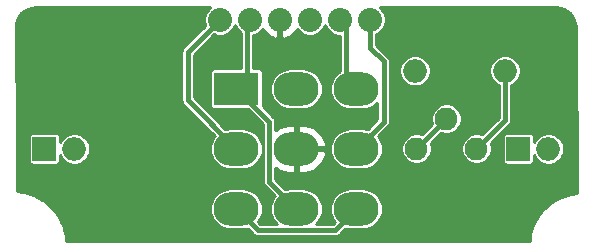
<source format=gbr>
G04 #@! TF.GenerationSoftware,KiCad,Pcbnew,(5.1.9-0-10_14)*
G04 #@! TF.CreationDate,2021-07-10T16:18:32+02:00*
G04 #@! TF.ProjectId,3pdt-switch,33706474-2d73-4776-9974-63682e6b6963,rev?*
G04 #@! TF.SameCoordinates,Original*
G04 #@! TF.FileFunction,Copper,L1,Top*
G04 #@! TF.FilePolarity,Positive*
%FSLAX46Y46*%
G04 Gerber Fmt 4.6, Leading zero omitted, Abs format (unit mm)*
G04 Created by KiCad (PCBNEW (5.1.9-0-10_14)) date 2021-07-10 16:18:32*
%MOMM*%
%LPD*%
G01*
G04 APERTURE LIST*
G04 #@! TA.AperFunction,ComponentPad*
%ADD10R,3.816000X2.816000*%
G04 #@! TD*
G04 #@! TA.AperFunction,ComponentPad*
%ADD11O,3.816000X2.816000*%
G04 #@! TD*
G04 #@! TA.AperFunction,ComponentPad*
%ADD12O,1.930400X1.930400*%
G04 #@! TD*
G04 #@! TA.AperFunction,ComponentPad*
%ADD13O,2.000000X2.000000*%
G04 #@! TD*
G04 #@! TA.AperFunction,ComponentPad*
%ADD14O,2.032000X2.032000*%
G04 #@! TD*
G04 #@! TA.AperFunction,ComponentPad*
%ADD15R,2.000000X2.000000*%
G04 #@! TD*
G04 #@! TA.AperFunction,Conductor*
%ADD16C,0.400000*%
G04 #@! TD*
G04 #@! TA.AperFunction,Conductor*
%ADD17C,0.254000*%
G04 #@! TD*
G04 #@! TA.AperFunction,Conductor*
%ADD18C,0.100000*%
G04 #@! TD*
G04 APERTURE END LIST*
D10*
X109220000Y-91325700D03*
D11*
X109220000Y-96405700D03*
X109220000Y-101485700D03*
X114300000Y-91325700D03*
X114300000Y-96405700D03*
X114300000Y-101485700D03*
X119380000Y-91325700D03*
X119380000Y-96405700D03*
X119380000Y-101485700D03*
D12*
X129540000Y-96393000D03*
X127000000Y-93853000D03*
X124460000Y-96393000D03*
D13*
X131953000Y-89789000D03*
X124333000Y-89789000D03*
D14*
X120523000Y-85471000D03*
X117983000Y-85471000D03*
X112903000Y-85471000D03*
X115443000Y-85471000D03*
X107823000Y-85471000D03*
X110363000Y-85471000D03*
D13*
X95504000Y-96405700D03*
D15*
X92964000Y-96405700D03*
D13*
X135636000Y-96405700D03*
D15*
X133096000Y-96405700D03*
D16*
X127000000Y-93853000D02*
X124460000Y-96393000D01*
X110109000Y-90436700D02*
X109220000Y-91325700D01*
X110109000Y-84836000D02*
X110109000Y-90436700D01*
X111991990Y-99177690D02*
X114300000Y-101485700D01*
X111991990Y-94097690D02*
X111991990Y-99177690D01*
X109220000Y-91325700D02*
X111991990Y-94097690D01*
X105086150Y-88207850D02*
X105086150Y-92271850D01*
X105086150Y-92271850D02*
X109220000Y-96405700D01*
X107823000Y-85471000D02*
X105086150Y-88207850D01*
X118491000Y-90436700D02*
X119380000Y-91325700D01*
X118491000Y-84836000D02*
X118491000Y-90436700D01*
X121688010Y-94097690D02*
X119380000Y-96405700D01*
X121688010Y-89004990D02*
X121688010Y-94097690D01*
X120523000Y-87839980D02*
X121688010Y-89004990D01*
X120523000Y-85471000D02*
X120523000Y-87839980D01*
X131953000Y-93980000D02*
X129540000Y-96393000D01*
X131953000Y-89789000D02*
X131953000Y-93980000D01*
X117571990Y-103293710D02*
X119380000Y-101485700D01*
X111028010Y-103293710D02*
X117571990Y-103293710D01*
X109220000Y-101485700D02*
X111028010Y-103293710D01*
D17*
X106966888Y-84427824D02*
X106779824Y-84614888D01*
X106632849Y-84834851D01*
X106531611Y-85079261D01*
X106480000Y-85338726D01*
X106480000Y-85603274D01*
X106531611Y-85862739D01*
X106576822Y-85971888D01*
X104731816Y-87816895D01*
X104711702Y-87833402D01*
X104645846Y-87913648D01*
X104596912Y-88005200D01*
X104596911Y-88005201D01*
X104566776Y-88104541D01*
X104556601Y-88207850D01*
X104559150Y-88233731D01*
X104559151Y-92245959D01*
X104556601Y-92271850D01*
X104566776Y-92375159D01*
X104596911Y-92474499D01*
X104645846Y-92566051D01*
X104645847Y-92566052D01*
X104711703Y-92646298D01*
X104731812Y-92662801D01*
X107376668Y-95307659D01*
X107270421Y-95437122D01*
X107109314Y-95738532D01*
X107010105Y-96065581D01*
X106976606Y-96405700D01*
X107010105Y-96745819D01*
X107109314Y-97072868D01*
X107270421Y-97374278D01*
X107487234Y-97638466D01*
X107751422Y-97855279D01*
X108052832Y-98016386D01*
X108379881Y-98115595D01*
X108634775Y-98140700D01*
X109805225Y-98140700D01*
X110060119Y-98115595D01*
X110387168Y-98016386D01*
X110688578Y-97855279D01*
X110952766Y-97638466D01*
X111169579Y-97374278D01*
X111330686Y-97072868D01*
X111429895Y-96745819D01*
X111463394Y-96405700D01*
X111429895Y-96065581D01*
X111330686Y-95738532D01*
X111169579Y-95437122D01*
X110952766Y-95172934D01*
X110688578Y-94956121D01*
X110387168Y-94795014D01*
X110060119Y-94695805D01*
X109805225Y-94670700D01*
X108634775Y-94670700D01*
X108379881Y-94695805D01*
X108284369Y-94724778D01*
X105613150Y-92053561D01*
X105613150Y-88426139D01*
X107322112Y-86717178D01*
X107431261Y-86762389D01*
X107690726Y-86814000D01*
X107955274Y-86814000D01*
X108214739Y-86762389D01*
X108459149Y-86661151D01*
X108679112Y-86514176D01*
X108866176Y-86327112D01*
X109013151Y-86107149D01*
X109093000Y-85914377D01*
X109172849Y-86107149D01*
X109319824Y-86327112D01*
X109506888Y-86514176D01*
X109582000Y-86564365D01*
X109582001Y-89589118D01*
X107312000Y-89589118D01*
X107247897Y-89595432D01*
X107186257Y-89614130D01*
X107129450Y-89644494D01*
X107079657Y-89685357D01*
X107038794Y-89735150D01*
X107008430Y-89791957D01*
X106989732Y-89853597D01*
X106983418Y-89917700D01*
X106983418Y-92733700D01*
X106989732Y-92797803D01*
X107008430Y-92859443D01*
X107038794Y-92916250D01*
X107079657Y-92966043D01*
X107129450Y-93006906D01*
X107186257Y-93037270D01*
X107247897Y-93055968D01*
X107312000Y-93062282D01*
X110211292Y-93062282D01*
X111464990Y-94315981D01*
X111464991Y-99151799D01*
X111462441Y-99177690D01*
X111472616Y-99280999D01*
X111502751Y-99380339D01*
X111502752Y-99380340D01*
X111551687Y-99471892D01*
X111617543Y-99552138D01*
X111637652Y-99568641D01*
X112456669Y-100387658D01*
X112350421Y-100517122D01*
X112189314Y-100818532D01*
X112090105Y-101145581D01*
X112056606Y-101485700D01*
X112090105Y-101825819D01*
X112189314Y-102152868D01*
X112350421Y-102454278D01*
X112567234Y-102718466D01*
X112626020Y-102766710D01*
X111246300Y-102766710D01*
X111063331Y-102583741D01*
X111169579Y-102454278D01*
X111330686Y-102152868D01*
X111429895Y-101825819D01*
X111463394Y-101485700D01*
X111429895Y-101145581D01*
X111330686Y-100818532D01*
X111169579Y-100517122D01*
X110952766Y-100252934D01*
X110688578Y-100036121D01*
X110387168Y-99875014D01*
X110060119Y-99775805D01*
X109805225Y-99750700D01*
X108634775Y-99750700D01*
X108379881Y-99775805D01*
X108052832Y-99875014D01*
X107751422Y-100036121D01*
X107487234Y-100252934D01*
X107270421Y-100517122D01*
X107109314Y-100818532D01*
X107010105Y-101145581D01*
X106976606Y-101485700D01*
X107010105Y-101825819D01*
X107109314Y-102152868D01*
X107270421Y-102454278D01*
X107487234Y-102718466D01*
X107751422Y-102935279D01*
X108052832Y-103096386D01*
X108379881Y-103195595D01*
X108634775Y-103220700D01*
X109805225Y-103220700D01*
X110060119Y-103195595D01*
X110155632Y-103166622D01*
X110637059Y-103648049D01*
X110653562Y-103668158D01*
X110733808Y-103734014D01*
X110825360Y-103782949D01*
X110924700Y-103813084D01*
X111002129Y-103820710D01*
X111002131Y-103820710D01*
X111028009Y-103823259D01*
X111053887Y-103820710D01*
X117546109Y-103820710D01*
X117571990Y-103823259D01*
X117597871Y-103820710D01*
X117675300Y-103813084D01*
X117774640Y-103782949D01*
X117866192Y-103734014D01*
X117946438Y-103668158D01*
X117962945Y-103648044D01*
X118444368Y-103166621D01*
X118539881Y-103195595D01*
X118794775Y-103220700D01*
X119965225Y-103220700D01*
X120220119Y-103195595D01*
X120547168Y-103096386D01*
X120848578Y-102935279D01*
X121112766Y-102718466D01*
X121329579Y-102454278D01*
X121490686Y-102152868D01*
X121589895Y-101825819D01*
X121623394Y-101485700D01*
X121589895Y-101145581D01*
X121490686Y-100818532D01*
X121329579Y-100517122D01*
X121112766Y-100252934D01*
X120848578Y-100036121D01*
X120547168Y-99875014D01*
X120220119Y-99775805D01*
X119965225Y-99750700D01*
X118794775Y-99750700D01*
X118539881Y-99775805D01*
X118212832Y-99875014D01*
X117911422Y-100036121D01*
X117647234Y-100252934D01*
X117430421Y-100517122D01*
X117269314Y-100818532D01*
X117170105Y-101145581D01*
X117136606Y-101485700D01*
X117170105Y-101825819D01*
X117269314Y-102152868D01*
X117430421Y-102454278D01*
X117536669Y-102583742D01*
X117353701Y-102766710D01*
X115973980Y-102766710D01*
X116032766Y-102718466D01*
X116249579Y-102454278D01*
X116410686Y-102152868D01*
X116509895Y-101825819D01*
X116543394Y-101485700D01*
X116509895Y-101145581D01*
X116410686Y-100818532D01*
X116249579Y-100517122D01*
X116032766Y-100252934D01*
X115768578Y-100036121D01*
X115467168Y-99875014D01*
X115140119Y-99775805D01*
X114885225Y-99750700D01*
X113714775Y-99750700D01*
X113459881Y-99775805D01*
X113364368Y-99804779D01*
X112518990Y-98959401D01*
X112518990Y-97996267D01*
X112559373Y-98033835D01*
X112900845Y-98244585D01*
X113276871Y-98384668D01*
X113673000Y-98448700D01*
X114173000Y-98448700D01*
X114173000Y-96532700D01*
X114427000Y-96532700D01*
X114427000Y-98448700D01*
X114927000Y-98448700D01*
X115323129Y-98384668D01*
X115699155Y-98244585D01*
X116040627Y-98033835D01*
X116334422Y-97760517D01*
X116569250Y-97435134D01*
X116736087Y-97070190D01*
X116794078Y-96850114D01*
X116679965Y-96532700D01*
X114427000Y-96532700D01*
X114173000Y-96532700D01*
X114153000Y-96532700D01*
X114153000Y-96278700D01*
X114173000Y-96278700D01*
X114173000Y-94362700D01*
X114427000Y-94362700D01*
X114427000Y-96278700D01*
X116679965Y-96278700D01*
X116794078Y-95961286D01*
X116736087Y-95741210D01*
X116569250Y-95376266D01*
X116334422Y-95050883D01*
X116040627Y-94777565D01*
X115699155Y-94566815D01*
X115323129Y-94426732D01*
X114927000Y-94362700D01*
X114427000Y-94362700D01*
X114173000Y-94362700D01*
X113673000Y-94362700D01*
X113276871Y-94426732D01*
X112900845Y-94566815D01*
X112559373Y-94777565D01*
X112518990Y-94815133D01*
X112518990Y-94123571D01*
X112521539Y-94097690D01*
X112511364Y-93994380D01*
X112499816Y-93956311D01*
X112481229Y-93895040D01*
X112432294Y-93803488D01*
X112366438Y-93723242D01*
X112346335Y-93706744D01*
X111447272Y-92807681D01*
X111450268Y-92797803D01*
X111456582Y-92733700D01*
X111456582Y-91325700D01*
X112056606Y-91325700D01*
X112090105Y-91665819D01*
X112189314Y-91992868D01*
X112350421Y-92294278D01*
X112567234Y-92558466D01*
X112831422Y-92775279D01*
X113132832Y-92936386D01*
X113459881Y-93035595D01*
X113714775Y-93060700D01*
X114885225Y-93060700D01*
X115140119Y-93035595D01*
X115467168Y-92936386D01*
X115768578Y-92775279D01*
X116032766Y-92558466D01*
X116249579Y-92294278D01*
X116410686Y-91992868D01*
X116509895Y-91665819D01*
X116543394Y-91325700D01*
X116509895Y-90985581D01*
X116410686Y-90658532D01*
X116249579Y-90357122D01*
X116032766Y-90092934D01*
X115768578Y-89876121D01*
X115467168Y-89715014D01*
X115140119Y-89615805D01*
X114885225Y-89590700D01*
X113714775Y-89590700D01*
X113459881Y-89615805D01*
X113132832Y-89715014D01*
X112831422Y-89876121D01*
X112567234Y-90092934D01*
X112350421Y-90357122D01*
X112189314Y-90658532D01*
X112090105Y-90985581D01*
X112056606Y-91325700D01*
X111456582Y-91325700D01*
X111456582Y-89917700D01*
X111450268Y-89853597D01*
X111431570Y-89791957D01*
X111401206Y-89735150D01*
X111360343Y-89685357D01*
X111310550Y-89644494D01*
X111253743Y-89614130D01*
X111192103Y-89595432D01*
X111128000Y-89589118D01*
X110636000Y-89589118D01*
X110636000Y-86786008D01*
X110754739Y-86762389D01*
X110999149Y-86661151D01*
X111219112Y-86514176D01*
X111406176Y-86327112D01*
X111456041Y-86252484D01*
X111496618Y-86335815D01*
X111692358Y-86593569D01*
X111934623Y-86808184D01*
X112214102Y-86971411D01*
X112520055Y-87076978D01*
X112776000Y-86958362D01*
X112776000Y-85598000D01*
X112756000Y-85598000D01*
X112756000Y-85344000D01*
X112776000Y-85344000D01*
X112776000Y-85324000D01*
X113030000Y-85324000D01*
X113030000Y-85344000D01*
X113050000Y-85344000D01*
X113050000Y-85598000D01*
X113030000Y-85598000D01*
X113030000Y-86958362D01*
X113285945Y-87076978D01*
X113591898Y-86971411D01*
X113871377Y-86808184D01*
X114113642Y-86593569D01*
X114309382Y-86335815D01*
X114349959Y-86252484D01*
X114399824Y-86327112D01*
X114586888Y-86514176D01*
X114806851Y-86661151D01*
X115051261Y-86762389D01*
X115310726Y-86814000D01*
X115575274Y-86814000D01*
X115834739Y-86762389D01*
X116079149Y-86661151D01*
X116299112Y-86514176D01*
X116486176Y-86327112D01*
X116633151Y-86107149D01*
X116713000Y-85914377D01*
X116792849Y-86107149D01*
X116939824Y-86327112D01*
X117126888Y-86514176D01*
X117346851Y-86661151D01*
X117591261Y-86762389D01*
X117850726Y-86814000D01*
X117964000Y-86814000D01*
X117964001Y-89848017D01*
X117911422Y-89876121D01*
X117647234Y-90092934D01*
X117430421Y-90357122D01*
X117269314Y-90658532D01*
X117170105Y-90985581D01*
X117136606Y-91325700D01*
X117170105Y-91665819D01*
X117269314Y-91992868D01*
X117430421Y-92294278D01*
X117647234Y-92558466D01*
X117911422Y-92775279D01*
X118212832Y-92936386D01*
X118539881Y-93035595D01*
X118794775Y-93060700D01*
X119965225Y-93060700D01*
X120220119Y-93035595D01*
X120547168Y-92936386D01*
X120848578Y-92775279D01*
X121112766Y-92558466D01*
X121161011Y-92499680D01*
X121161011Y-93879399D01*
X120315632Y-94724778D01*
X120220119Y-94695805D01*
X119965225Y-94670700D01*
X118794775Y-94670700D01*
X118539881Y-94695805D01*
X118212832Y-94795014D01*
X117911422Y-94956121D01*
X117647234Y-95172934D01*
X117430421Y-95437122D01*
X117269314Y-95738532D01*
X117170105Y-96065581D01*
X117136606Y-96405700D01*
X117170105Y-96745819D01*
X117269314Y-97072868D01*
X117430421Y-97374278D01*
X117647234Y-97638466D01*
X117911422Y-97855279D01*
X118212832Y-98016386D01*
X118539881Y-98115595D01*
X118794775Y-98140700D01*
X119965225Y-98140700D01*
X120220119Y-98115595D01*
X120547168Y-98016386D01*
X120848578Y-97855279D01*
X121112766Y-97638466D01*
X121329579Y-97374278D01*
X121490686Y-97072868D01*
X121589895Y-96745819D01*
X121623394Y-96405700D01*
X121609608Y-96265729D01*
X123167800Y-96265729D01*
X123167800Y-96520271D01*
X123217459Y-96769921D01*
X123314868Y-97005086D01*
X123456283Y-97216729D01*
X123636271Y-97396717D01*
X123847914Y-97538132D01*
X124083079Y-97635541D01*
X124332729Y-97685200D01*
X124587271Y-97685200D01*
X124836921Y-97635541D01*
X125072086Y-97538132D01*
X125283729Y-97396717D01*
X125463717Y-97216729D01*
X125605132Y-97005086D01*
X125702541Y-96769921D01*
X125752200Y-96520271D01*
X125752200Y-96265729D01*
X128247800Y-96265729D01*
X128247800Y-96520271D01*
X128297459Y-96769921D01*
X128394868Y-97005086D01*
X128536283Y-97216729D01*
X128716271Y-97396717D01*
X128927914Y-97538132D01*
X129163079Y-97635541D01*
X129412729Y-97685200D01*
X129667271Y-97685200D01*
X129916921Y-97635541D01*
X130152086Y-97538132D01*
X130363729Y-97396717D01*
X130543717Y-97216729D01*
X130685132Y-97005086D01*
X130782541Y-96769921D01*
X130832200Y-96520271D01*
X130832200Y-96265729D01*
X130782541Y-96016079D01*
X130747297Y-95930992D01*
X131272589Y-95405700D01*
X131767418Y-95405700D01*
X131767418Y-97405700D01*
X131773732Y-97469803D01*
X131792430Y-97531443D01*
X131822794Y-97588250D01*
X131863657Y-97638043D01*
X131913450Y-97678906D01*
X131970257Y-97709270D01*
X132031897Y-97727968D01*
X132096000Y-97734282D01*
X134096000Y-97734282D01*
X134160103Y-97727968D01*
X134221743Y-97709270D01*
X134278550Y-97678906D01*
X134328343Y-97638043D01*
X134369206Y-97588250D01*
X134399570Y-97531443D01*
X134418268Y-97469803D01*
X134424582Y-97405700D01*
X134424582Y-96948696D01*
X134460028Y-97034270D01*
X134605252Y-97251613D01*
X134790087Y-97436448D01*
X135007430Y-97581672D01*
X135248928Y-97681704D01*
X135505302Y-97732700D01*
X135766698Y-97732700D01*
X136023072Y-97681704D01*
X136264570Y-97581672D01*
X136481913Y-97436448D01*
X136666748Y-97251613D01*
X136811972Y-97034270D01*
X136912004Y-96792772D01*
X136963000Y-96536398D01*
X136963000Y-96275002D01*
X136912004Y-96018628D01*
X136811972Y-95777130D01*
X136666748Y-95559787D01*
X136481913Y-95374952D01*
X136264570Y-95229728D01*
X136023072Y-95129696D01*
X135766698Y-95078700D01*
X135505302Y-95078700D01*
X135248928Y-95129696D01*
X135007430Y-95229728D01*
X134790087Y-95374952D01*
X134605252Y-95559787D01*
X134460028Y-95777130D01*
X134424582Y-95862704D01*
X134424582Y-95405700D01*
X134418268Y-95341597D01*
X134399570Y-95279957D01*
X134369206Y-95223150D01*
X134328343Y-95173357D01*
X134278550Y-95132494D01*
X134221743Y-95102130D01*
X134160103Y-95083432D01*
X134096000Y-95077118D01*
X132096000Y-95077118D01*
X132031897Y-95083432D01*
X131970257Y-95102130D01*
X131913450Y-95132494D01*
X131863657Y-95173357D01*
X131822794Y-95223150D01*
X131792430Y-95279957D01*
X131773732Y-95341597D01*
X131767418Y-95405700D01*
X131272589Y-95405700D01*
X132307339Y-94370951D01*
X132327448Y-94354448D01*
X132393304Y-94274202D01*
X132442239Y-94182650D01*
X132472374Y-94083310D01*
X132480000Y-94005881D01*
X132480000Y-94005879D01*
X132482549Y-93980001D01*
X132480000Y-93954123D01*
X132480000Y-91007044D01*
X132581570Y-90964972D01*
X132798913Y-90819748D01*
X132983748Y-90634913D01*
X133128972Y-90417570D01*
X133229004Y-90176072D01*
X133280000Y-89919698D01*
X133280000Y-89658302D01*
X133229004Y-89401928D01*
X133128972Y-89160430D01*
X132983748Y-88943087D01*
X132798913Y-88758252D01*
X132581570Y-88613028D01*
X132340072Y-88512996D01*
X132083698Y-88462000D01*
X131822302Y-88462000D01*
X131565928Y-88512996D01*
X131324430Y-88613028D01*
X131107087Y-88758252D01*
X130922252Y-88943087D01*
X130777028Y-89160430D01*
X130676996Y-89401928D01*
X130626000Y-89658302D01*
X130626000Y-89919698D01*
X130676996Y-90176072D01*
X130777028Y-90417570D01*
X130922252Y-90634913D01*
X131107087Y-90819748D01*
X131324430Y-90964972D01*
X131426000Y-91007044D01*
X131426001Y-93761709D01*
X130002008Y-95185703D01*
X129916921Y-95150459D01*
X129667271Y-95100800D01*
X129412729Y-95100800D01*
X129163079Y-95150459D01*
X128927914Y-95247868D01*
X128716271Y-95389283D01*
X128536283Y-95569271D01*
X128394868Y-95780914D01*
X128297459Y-96016079D01*
X128247800Y-96265729D01*
X125752200Y-96265729D01*
X125702541Y-96016079D01*
X125667297Y-95930992D01*
X126537993Y-95060297D01*
X126623079Y-95095541D01*
X126872729Y-95145200D01*
X127127271Y-95145200D01*
X127376921Y-95095541D01*
X127612086Y-94998132D01*
X127823729Y-94856717D01*
X128003717Y-94676729D01*
X128145132Y-94465086D01*
X128242541Y-94229921D01*
X128292200Y-93980271D01*
X128292200Y-93725729D01*
X128242541Y-93476079D01*
X128145132Y-93240914D01*
X128003717Y-93029271D01*
X127823729Y-92849283D01*
X127612086Y-92707868D01*
X127376921Y-92610459D01*
X127127271Y-92560800D01*
X126872729Y-92560800D01*
X126623079Y-92610459D01*
X126387914Y-92707868D01*
X126176271Y-92849283D01*
X125996283Y-93029271D01*
X125854868Y-93240914D01*
X125757459Y-93476079D01*
X125707800Y-93725729D01*
X125707800Y-93980271D01*
X125757459Y-94229921D01*
X125792703Y-94315007D01*
X124922008Y-95185703D01*
X124836921Y-95150459D01*
X124587271Y-95100800D01*
X124332729Y-95100800D01*
X124083079Y-95150459D01*
X123847914Y-95247868D01*
X123636271Y-95389283D01*
X123456283Y-95569271D01*
X123314868Y-95780914D01*
X123217459Y-96016079D01*
X123167800Y-96265729D01*
X121609608Y-96265729D01*
X121589895Y-96065581D01*
X121490686Y-95738532D01*
X121329579Y-95437122D01*
X121223331Y-95307658D01*
X122042349Y-94488641D01*
X122062458Y-94472138D01*
X122128314Y-94391892D01*
X122177249Y-94300340D01*
X122207384Y-94201000D01*
X122215010Y-94123571D01*
X122217559Y-94097691D01*
X122215010Y-94071809D01*
X122215010Y-89658302D01*
X123006000Y-89658302D01*
X123006000Y-89919698D01*
X123056996Y-90176072D01*
X123157028Y-90417570D01*
X123302252Y-90634913D01*
X123487087Y-90819748D01*
X123704430Y-90964972D01*
X123945928Y-91065004D01*
X124202302Y-91116000D01*
X124463698Y-91116000D01*
X124720072Y-91065004D01*
X124961570Y-90964972D01*
X125178913Y-90819748D01*
X125363748Y-90634913D01*
X125508972Y-90417570D01*
X125609004Y-90176072D01*
X125660000Y-89919698D01*
X125660000Y-89658302D01*
X125609004Y-89401928D01*
X125508972Y-89160430D01*
X125363748Y-88943087D01*
X125178913Y-88758252D01*
X124961570Y-88613028D01*
X124720072Y-88512996D01*
X124463698Y-88462000D01*
X124202302Y-88462000D01*
X123945928Y-88512996D01*
X123704430Y-88613028D01*
X123487087Y-88758252D01*
X123302252Y-88943087D01*
X123157028Y-89160430D01*
X123056996Y-89401928D01*
X123006000Y-89658302D01*
X122215010Y-89658302D01*
X122215010Y-89030871D01*
X122217559Y-89004990D01*
X122207384Y-88901680D01*
X122177249Y-88802341D01*
X122177249Y-88802340D01*
X122128314Y-88710788D01*
X122062458Y-88630542D01*
X122042349Y-88614039D01*
X121050000Y-87621691D01*
X121050000Y-86706362D01*
X121159149Y-86661151D01*
X121379112Y-86514176D01*
X121566176Y-86327112D01*
X121713151Y-86107149D01*
X121814389Y-85862739D01*
X121866000Y-85603274D01*
X121866000Y-85338726D01*
X121814389Y-85079261D01*
X121713151Y-84834851D01*
X121566176Y-84614888D01*
X121379112Y-84427824D01*
X121376382Y-84426000D01*
X136253785Y-84426000D01*
X136596983Y-84459651D01*
X136910559Y-84554325D01*
X137199763Y-84708098D01*
X137453596Y-84915119D01*
X137662384Y-85167501D01*
X137818174Y-85455627D01*
X137915033Y-85768528D01*
X137951031Y-86111034D01*
X138075159Y-100137473D01*
X137576025Y-100189934D01*
X137544772Y-100196349D01*
X137513435Y-100202327D01*
X137508729Y-100203748D01*
X136751048Y-100438290D01*
X136721677Y-100450637D01*
X136692057Y-100462604D01*
X136687717Y-100464912D01*
X135990020Y-100842155D01*
X135963584Y-100859986D01*
X135936875Y-100877464D01*
X135933074Y-100880565D01*
X135933067Y-100880570D01*
X135933061Y-100880576D01*
X135321931Y-101386147D01*
X135299476Y-101408760D01*
X135276657Y-101431105D01*
X135273525Y-101434893D01*
X134772228Y-102049543D01*
X134754601Y-102076074D01*
X134736548Y-102102439D01*
X134734211Y-102106763D01*
X134361847Y-102807076D01*
X134349682Y-102836592D01*
X134337122Y-102865896D01*
X134335668Y-102870591D01*
X134106422Y-103629893D01*
X134100232Y-103661154D01*
X134093591Y-103692395D01*
X134093078Y-103697283D01*
X134046826Y-104169000D01*
X94807916Y-104169000D01*
X94752472Y-103641488D01*
X94746057Y-103610235D01*
X94740079Y-103578898D01*
X94738658Y-103574193D01*
X94496786Y-102792833D01*
X94484432Y-102763445D01*
X94472472Y-102733842D01*
X94470164Y-102729502D01*
X94081132Y-102010003D01*
X94063307Y-101983576D01*
X94045824Y-101956859D01*
X94042717Y-101953050D01*
X93521343Y-101322816D01*
X93498713Y-101300343D01*
X93476384Y-101277541D01*
X93472602Y-101274414D01*
X93472597Y-101274409D01*
X93472592Y-101274405D01*
X92838738Y-100757447D01*
X92812229Y-100739835D01*
X92785842Y-100721767D01*
X92781518Y-100719430D01*
X92059320Y-100335430D01*
X92029830Y-100323275D01*
X92000501Y-100310705D01*
X91995805Y-100309252D01*
X91212775Y-100072841D01*
X91181529Y-100066654D01*
X91150274Y-100060010D01*
X91145386Y-100059497D01*
X90646161Y-100010548D01*
X90605047Y-95405700D01*
X91635418Y-95405700D01*
X91635418Y-97405700D01*
X91641732Y-97469803D01*
X91660430Y-97531443D01*
X91690794Y-97588250D01*
X91731657Y-97638043D01*
X91781450Y-97678906D01*
X91838257Y-97709270D01*
X91899897Y-97727968D01*
X91964000Y-97734282D01*
X93964000Y-97734282D01*
X94028103Y-97727968D01*
X94089743Y-97709270D01*
X94146550Y-97678906D01*
X94196343Y-97638043D01*
X94237206Y-97588250D01*
X94267570Y-97531443D01*
X94286268Y-97469803D01*
X94292582Y-97405700D01*
X94292582Y-96948696D01*
X94328028Y-97034270D01*
X94473252Y-97251613D01*
X94658087Y-97436448D01*
X94875430Y-97581672D01*
X95116928Y-97681704D01*
X95373302Y-97732700D01*
X95634698Y-97732700D01*
X95891072Y-97681704D01*
X96132570Y-97581672D01*
X96349913Y-97436448D01*
X96534748Y-97251613D01*
X96679972Y-97034270D01*
X96780004Y-96792772D01*
X96831000Y-96536398D01*
X96831000Y-96275002D01*
X96780004Y-96018628D01*
X96679972Y-95777130D01*
X96534748Y-95559787D01*
X96349913Y-95374952D01*
X96132570Y-95229728D01*
X95891072Y-95129696D01*
X95634698Y-95078700D01*
X95373302Y-95078700D01*
X95116928Y-95129696D01*
X94875430Y-95229728D01*
X94658087Y-95374952D01*
X94473252Y-95559787D01*
X94328028Y-95777130D01*
X94292582Y-95862704D01*
X94292582Y-95405700D01*
X94286268Y-95341597D01*
X94267570Y-95279957D01*
X94237206Y-95223150D01*
X94196343Y-95173357D01*
X94146550Y-95132494D01*
X94089743Y-95102130D01*
X94028103Y-95083432D01*
X93964000Y-95077118D01*
X91964000Y-95077118D01*
X91899897Y-95083432D01*
X91838257Y-95102130D01*
X91781450Y-95132494D01*
X91731657Y-95173357D01*
X91690794Y-95223150D01*
X91660430Y-95279957D01*
X91641732Y-95341597D01*
X91635418Y-95405700D01*
X90605047Y-95405700D01*
X90522153Y-86121653D01*
X90555651Y-85780017D01*
X90650325Y-85466441D01*
X90804098Y-85177237D01*
X91011119Y-84923404D01*
X91263501Y-84714616D01*
X91551627Y-84558826D01*
X91864528Y-84461967D01*
X92206739Y-84426000D01*
X106969618Y-84426000D01*
X106966888Y-84427824D01*
G04 #@! TA.AperFunction,Conductor*
D18*
G36*
X106966888Y-84427824D02*
G01*
X106779824Y-84614888D01*
X106632849Y-84834851D01*
X106531611Y-85079261D01*
X106480000Y-85338726D01*
X106480000Y-85603274D01*
X106531611Y-85862739D01*
X106576822Y-85971888D01*
X104731816Y-87816895D01*
X104711702Y-87833402D01*
X104645846Y-87913648D01*
X104596912Y-88005200D01*
X104596911Y-88005201D01*
X104566776Y-88104541D01*
X104556601Y-88207850D01*
X104559150Y-88233731D01*
X104559151Y-92245959D01*
X104556601Y-92271850D01*
X104566776Y-92375159D01*
X104596911Y-92474499D01*
X104645846Y-92566051D01*
X104645847Y-92566052D01*
X104711703Y-92646298D01*
X104731812Y-92662801D01*
X107376668Y-95307659D01*
X107270421Y-95437122D01*
X107109314Y-95738532D01*
X107010105Y-96065581D01*
X106976606Y-96405700D01*
X107010105Y-96745819D01*
X107109314Y-97072868D01*
X107270421Y-97374278D01*
X107487234Y-97638466D01*
X107751422Y-97855279D01*
X108052832Y-98016386D01*
X108379881Y-98115595D01*
X108634775Y-98140700D01*
X109805225Y-98140700D01*
X110060119Y-98115595D01*
X110387168Y-98016386D01*
X110688578Y-97855279D01*
X110952766Y-97638466D01*
X111169579Y-97374278D01*
X111330686Y-97072868D01*
X111429895Y-96745819D01*
X111463394Y-96405700D01*
X111429895Y-96065581D01*
X111330686Y-95738532D01*
X111169579Y-95437122D01*
X110952766Y-95172934D01*
X110688578Y-94956121D01*
X110387168Y-94795014D01*
X110060119Y-94695805D01*
X109805225Y-94670700D01*
X108634775Y-94670700D01*
X108379881Y-94695805D01*
X108284369Y-94724778D01*
X105613150Y-92053561D01*
X105613150Y-88426139D01*
X107322112Y-86717178D01*
X107431261Y-86762389D01*
X107690726Y-86814000D01*
X107955274Y-86814000D01*
X108214739Y-86762389D01*
X108459149Y-86661151D01*
X108679112Y-86514176D01*
X108866176Y-86327112D01*
X109013151Y-86107149D01*
X109093000Y-85914377D01*
X109172849Y-86107149D01*
X109319824Y-86327112D01*
X109506888Y-86514176D01*
X109582000Y-86564365D01*
X109582001Y-89589118D01*
X107312000Y-89589118D01*
X107247897Y-89595432D01*
X107186257Y-89614130D01*
X107129450Y-89644494D01*
X107079657Y-89685357D01*
X107038794Y-89735150D01*
X107008430Y-89791957D01*
X106989732Y-89853597D01*
X106983418Y-89917700D01*
X106983418Y-92733700D01*
X106989732Y-92797803D01*
X107008430Y-92859443D01*
X107038794Y-92916250D01*
X107079657Y-92966043D01*
X107129450Y-93006906D01*
X107186257Y-93037270D01*
X107247897Y-93055968D01*
X107312000Y-93062282D01*
X110211292Y-93062282D01*
X111464990Y-94315981D01*
X111464991Y-99151799D01*
X111462441Y-99177690D01*
X111472616Y-99280999D01*
X111502751Y-99380339D01*
X111502752Y-99380340D01*
X111551687Y-99471892D01*
X111617543Y-99552138D01*
X111637652Y-99568641D01*
X112456669Y-100387658D01*
X112350421Y-100517122D01*
X112189314Y-100818532D01*
X112090105Y-101145581D01*
X112056606Y-101485700D01*
X112090105Y-101825819D01*
X112189314Y-102152868D01*
X112350421Y-102454278D01*
X112567234Y-102718466D01*
X112626020Y-102766710D01*
X111246300Y-102766710D01*
X111063331Y-102583741D01*
X111169579Y-102454278D01*
X111330686Y-102152868D01*
X111429895Y-101825819D01*
X111463394Y-101485700D01*
X111429895Y-101145581D01*
X111330686Y-100818532D01*
X111169579Y-100517122D01*
X110952766Y-100252934D01*
X110688578Y-100036121D01*
X110387168Y-99875014D01*
X110060119Y-99775805D01*
X109805225Y-99750700D01*
X108634775Y-99750700D01*
X108379881Y-99775805D01*
X108052832Y-99875014D01*
X107751422Y-100036121D01*
X107487234Y-100252934D01*
X107270421Y-100517122D01*
X107109314Y-100818532D01*
X107010105Y-101145581D01*
X106976606Y-101485700D01*
X107010105Y-101825819D01*
X107109314Y-102152868D01*
X107270421Y-102454278D01*
X107487234Y-102718466D01*
X107751422Y-102935279D01*
X108052832Y-103096386D01*
X108379881Y-103195595D01*
X108634775Y-103220700D01*
X109805225Y-103220700D01*
X110060119Y-103195595D01*
X110155632Y-103166622D01*
X110637059Y-103648049D01*
X110653562Y-103668158D01*
X110733808Y-103734014D01*
X110825360Y-103782949D01*
X110924700Y-103813084D01*
X111002129Y-103820710D01*
X111002131Y-103820710D01*
X111028009Y-103823259D01*
X111053887Y-103820710D01*
X117546109Y-103820710D01*
X117571990Y-103823259D01*
X117597871Y-103820710D01*
X117675300Y-103813084D01*
X117774640Y-103782949D01*
X117866192Y-103734014D01*
X117946438Y-103668158D01*
X117962945Y-103648044D01*
X118444368Y-103166621D01*
X118539881Y-103195595D01*
X118794775Y-103220700D01*
X119965225Y-103220700D01*
X120220119Y-103195595D01*
X120547168Y-103096386D01*
X120848578Y-102935279D01*
X121112766Y-102718466D01*
X121329579Y-102454278D01*
X121490686Y-102152868D01*
X121589895Y-101825819D01*
X121623394Y-101485700D01*
X121589895Y-101145581D01*
X121490686Y-100818532D01*
X121329579Y-100517122D01*
X121112766Y-100252934D01*
X120848578Y-100036121D01*
X120547168Y-99875014D01*
X120220119Y-99775805D01*
X119965225Y-99750700D01*
X118794775Y-99750700D01*
X118539881Y-99775805D01*
X118212832Y-99875014D01*
X117911422Y-100036121D01*
X117647234Y-100252934D01*
X117430421Y-100517122D01*
X117269314Y-100818532D01*
X117170105Y-101145581D01*
X117136606Y-101485700D01*
X117170105Y-101825819D01*
X117269314Y-102152868D01*
X117430421Y-102454278D01*
X117536669Y-102583742D01*
X117353701Y-102766710D01*
X115973980Y-102766710D01*
X116032766Y-102718466D01*
X116249579Y-102454278D01*
X116410686Y-102152868D01*
X116509895Y-101825819D01*
X116543394Y-101485700D01*
X116509895Y-101145581D01*
X116410686Y-100818532D01*
X116249579Y-100517122D01*
X116032766Y-100252934D01*
X115768578Y-100036121D01*
X115467168Y-99875014D01*
X115140119Y-99775805D01*
X114885225Y-99750700D01*
X113714775Y-99750700D01*
X113459881Y-99775805D01*
X113364368Y-99804779D01*
X112518990Y-98959401D01*
X112518990Y-97996267D01*
X112559373Y-98033835D01*
X112900845Y-98244585D01*
X113276871Y-98384668D01*
X113673000Y-98448700D01*
X114173000Y-98448700D01*
X114173000Y-96532700D01*
X114427000Y-96532700D01*
X114427000Y-98448700D01*
X114927000Y-98448700D01*
X115323129Y-98384668D01*
X115699155Y-98244585D01*
X116040627Y-98033835D01*
X116334422Y-97760517D01*
X116569250Y-97435134D01*
X116736087Y-97070190D01*
X116794078Y-96850114D01*
X116679965Y-96532700D01*
X114427000Y-96532700D01*
X114173000Y-96532700D01*
X114153000Y-96532700D01*
X114153000Y-96278700D01*
X114173000Y-96278700D01*
X114173000Y-94362700D01*
X114427000Y-94362700D01*
X114427000Y-96278700D01*
X116679965Y-96278700D01*
X116794078Y-95961286D01*
X116736087Y-95741210D01*
X116569250Y-95376266D01*
X116334422Y-95050883D01*
X116040627Y-94777565D01*
X115699155Y-94566815D01*
X115323129Y-94426732D01*
X114927000Y-94362700D01*
X114427000Y-94362700D01*
X114173000Y-94362700D01*
X113673000Y-94362700D01*
X113276871Y-94426732D01*
X112900845Y-94566815D01*
X112559373Y-94777565D01*
X112518990Y-94815133D01*
X112518990Y-94123571D01*
X112521539Y-94097690D01*
X112511364Y-93994380D01*
X112499816Y-93956311D01*
X112481229Y-93895040D01*
X112432294Y-93803488D01*
X112366438Y-93723242D01*
X112346335Y-93706744D01*
X111447272Y-92807681D01*
X111450268Y-92797803D01*
X111456582Y-92733700D01*
X111456582Y-91325700D01*
X112056606Y-91325700D01*
X112090105Y-91665819D01*
X112189314Y-91992868D01*
X112350421Y-92294278D01*
X112567234Y-92558466D01*
X112831422Y-92775279D01*
X113132832Y-92936386D01*
X113459881Y-93035595D01*
X113714775Y-93060700D01*
X114885225Y-93060700D01*
X115140119Y-93035595D01*
X115467168Y-92936386D01*
X115768578Y-92775279D01*
X116032766Y-92558466D01*
X116249579Y-92294278D01*
X116410686Y-91992868D01*
X116509895Y-91665819D01*
X116543394Y-91325700D01*
X116509895Y-90985581D01*
X116410686Y-90658532D01*
X116249579Y-90357122D01*
X116032766Y-90092934D01*
X115768578Y-89876121D01*
X115467168Y-89715014D01*
X115140119Y-89615805D01*
X114885225Y-89590700D01*
X113714775Y-89590700D01*
X113459881Y-89615805D01*
X113132832Y-89715014D01*
X112831422Y-89876121D01*
X112567234Y-90092934D01*
X112350421Y-90357122D01*
X112189314Y-90658532D01*
X112090105Y-90985581D01*
X112056606Y-91325700D01*
X111456582Y-91325700D01*
X111456582Y-89917700D01*
X111450268Y-89853597D01*
X111431570Y-89791957D01*
X111401206Y-89735150D01*
X111360343Y-89685357D01*
X111310550Y-89644494D01*
X111253743Y-89614130D01*
X111192103Y-89595432D01*
X111128000Y-89589118D01*
X110636000Y-89589118D01*
X110636000Y-86786008D01*
X110754739Y-86762389D01*
X110999149Y-86661151D01*
X111219112Y-86514176D01*
X111406176Y-86327112D01*
X111456041Y-86252484D01*
X111496618Y-86335815D01*
X111692358Y-86593569D01*
X111934623Y-86808184D01*
X112214102Y-86971411D01*
X112520055Y-87076978D01*
X112776000Y-86958362D01*
X112776000Y-85598000D01*
X112756000Y-85598000D01*
X112756000Y-85344000D01*
X112776000Y-85344000D01*
X112776000Y-85324000D01*
X113030000Y-85324000D01*
X113030000Y-85344000D01*
X113050000Y-85344000D01*
X113050000Y-85598000D01*
X113030000Y-85598000D01*
X113030000Y-86958362D01*
X113285945Y-87076978D01*
X113591898Y-86971411D01*
X113871377Y-86808184D01*
X114113642Y-86593569D01*
X114309382Y-86335815D01*
X114349959Y-86252484D01*
X114399824Y-86327112D01*
X114586888Y-86514176D01*
X114806851Y-86661151D01*
X115051261Y-86762389D01*
X115310726Y-86814000D01*
X115575274Y-86814000D01*
X115834739Y-86762389D01*
X116079149Y-86661151D01*
X116299112Y-86514176D01*
X116486176Y-86327112D01*
X116633151Y-86107149D01*
X116713000Y-85914377D01*
X116792849Y-86107149D01*
X116939824Y-86327112D01*
X117126888Y-86514176D01*
X117346851Y-86661151D01*
X117591261Y-86762389D01*
X117850726Y-86814000D01*
X117964000Y-86814000D01*
X117964001Y-89848017D01*
X117911422Y-89876121D01*
X117647234Y-90092934D01*
X117430421Y-90357122D01*
X117269314Y-90658532D01*
X117170105Y-90985581D01*
X117136606Y-91325700D01*
X117170105Y-91665819D01*
X117269314Y-91992868D01*
X117430421Y-92294278D01*
X117647234Y-92558466D01*
X117911422Y-92775279D01*
X118212832Y-92936386D01*
X118539881Y-93035595D01*
X118794775Y-93060700D01*
X119965225Y-93060700D01*
X120220119Y-93035595D01*
X120547168Y-92936386D01*
X120848578Y-92775279D01*
X121112766Y-92558466D01*
X121161011Y-92499680D01*
X121161011Y-93879399D01*
X120315632Y-94724778D01*
X120220119Y-94695805D01*
X119965225Y-94670700D01*
X118794775Y-94670700D01*
X118539881Y-94695805D01*
X118212832Y-94795014D01*
X117911422Y-94956121D01*
X117647234Y-95172934D01*
X117430421Y-95437122D01*
X117269314Y-95738532D01*
X117170105Y-96065581D01*
X117136606Y-96405700D01*
X117170105Y-96745819D01*
X117269314Y-97072868D01*
X117430421Y-97374278D01*
X117647234Y-97638466D01*
X117911422Y-97855279D01*
X118212832Y-98016386D01*
X118539881Y-98115595D01*
X118794775Y-98140700D01*
X119965225Y-98140700D01*
X120220119Y-98115595D01*
X120547168Y-98016386D01*
X120848578Y-97855279D01*
X121112766Y-97638466D01*
X121329579Y-97374278D01*
X121490686Y-97072868D01*
X121589895Y-96745819D01*
X121623394Y-96405700D01*
X121609608Y-96265729D01*
X123167800Y-96265729D01*
X123167800Y-96520271D01*
X123217459Y-96769921D01*
X123314868Y-97005086D01*
X123456283Y-97216729D01*
X123636271Y-97396717D01*
X123847914Y-97538132D01*
X124083079Y-97635541D01*
X124332729Y-97685200D01*
X124587271Y-97685200D01*
X124836921Y-97635541D01*
X125072086Y-97538132D01*
X125283729Y-97396717D01*
X125463717Y-97216729D01*
X125605132Y-97005086D01*
X125702541Y-96769921D01*
X125752200Y-96520271D01*
X125752200Y-96265729D01*
X128247800Y-96265729D01*
X128247800Y-96520271D01*
X128297459Y-96769921D01*
X128394868Y-97005086D01*
X128536283Y-97216729D01*
X128716271Y-97396717D01*
X128927914Y-97538132D01*
X129163079Y-97635541D01*
X129412729Y-97685200D01*
X129667271Y-97685200D01*
X129916921Y-97635541D01*
X130152086Y-97538132D01*
X130363729Y-97396717D01*
X130543717Y-97216729D01*
X130685132Y-97005086D01*
X130782541Y-96769921D01*
X130832200Y-96520271D01*
X130832200Y-96265729D01*
X130782541Y-96016079D01*
X130747297Y-95930992D01*
X131272589Y-95405700D01*
X131767418Y-95405700D01*
X131767418Y-97405700D01*
X131773732Y-97469803D01*
X131792430Y-97531443D01*
X131822794Y-97588250D01*
X131863657Y-97638043D01*
X131913450Y-97678906D01*
X131970257Y-97709270D01*
X132031897Y-97727968D01*
X132096000Y-97734282D01*
X134096000Y-97734282D01*
X134160103Y-97727968D01*
X134221743Y-97709270D01*
X134278550Y-97678906D01*
X134328343Y-97638043D01*
X134369206Y-97588250D01*
X134399570Y-97531443D01*
X134418268Y-97469803D01*
X134424582Y-97405700D01*
X134424582Y-96948696D01*
X134460028Y-97034270D01*
X134605252Y-97251613D01*
X134790087Y-97436448D01*
X135007430Y-97581672D01*
X135248928Y-97681704D01*
X135505302Y-97732700D01*
X135766698Y-97732700D01*
X136023072Y-97681704D01*
X136264570Y-97581672D01*
X136481913Y-97436448D01*
X136666748Y-97251613D01*
X136811972Y-97034270D01*
X136912004Y-96792772D01*
X136963000Y-96536398D01*
X136963000Y-96275002D01*
X136912004Y-96018628D01*
X136811972Y-95777130D01*
X136666748Y-95559787D01*
X136481913Y-95374952D01*
X136264570Y-95229728D01*
X136023072Y-95129696D01*
X135766698Y-95078700D01*
X135505302Y-95078700D01*
X135248928Y-95129696D01*
X135007430Y-95229728D01*
X134790087Y-95374952D01*
X134605252Y-95559787D01*
X134460028Y-95777130D01*
X134424582Y-95862704D01*
X134424582Y-95405700D01*
X134418268Y-95341597D01*
X134399570Y-95279957D01*
X134369206Y-95223150D01*
X134328343Y-95173357D01*
X134278550Y-95132494D01*
X134221743Y-95102130D01*
X134160103Y-95083432D01*
X134096000Y-95077118D01*
X132096000Y-95077118D01*
X132031897Y-95083432D01*
X131970257Y-95102130D01*
X131913450Y-95132494D01*
X131863657Y-95173357D01*
X131822794Y-95223150D01*
X131792430Y-95279957D01*
X131773732Y-95341597D01*
X131767418Y-95405700D01*
X131272589Y-95405700D01*
X132307339Y-94370951D01*
X132327448Y-94354448D01*
X132393304Y-94274202D01*
X132442239Y-94182650D01*
X132472374Y-94083310D01*
X132480000Y-94005881D01*
X132480000Y-94005879D01*
X132482549Y-93980001D01*
X132480000Y-93954123D01*
X132480000Y-91007044D01*
X132581570Y-90964972D01*
X132798913Y-90819748D01*
X132983748Y-90634913D01*
X133128972Y-90417570D01*
X133229004Y-90176072D01*
X133280000Y-89919698D01*
X133280000Y-89658302D01*
X133229004Y-89401928D01*
X133128972Y-89160430D01*
X132983748Y-88943087D01*
X132798913Y-88758252D01*
X132581570Y-88613028D01*
X132340072Y-88512996D01*
X132083698Y-88462000D01*
X131822302Y-88462000D01*
X131565928Y-88512996D01*
X131324430Y-88613028D01*
X131107087Y-88758252D01*
X130922252Y-88943087D01*
X130777028Y-89160430D01*
X130676996Y-89401928D01*
X130626000Y-89658302D01*
X130626000Y-89919698D01*
X130676996Y-90176072D01*
X130777028Y-90417570D01*
X130922252Y-90634913D01*
X131107087Y-90819748D01*
X131324430Y-90964972D01*
X131426000Y-91007044D01*
X131426001Y-93761709D01*
X130002008Y-95185703D01*
X129916921Y-95150459D01*
X129667271Y-95100800D01*
X129412729Y-95100800D01*
X129163079Y-95150459D01*
X128927914Y-95247868D01*
X128716271Y-95389283D01*
X128536283Y-95569271D01*
X128394868Y-95780914D01*
X128297459Y-96016079D01*
X128247800Y-96265729D01*
X125752200Y-96265729D01*
X125702541Y-96016079D01*
X125667297Y-95930992D01*
X126537993Y-95060297D01*
X126623079Y-95095541D01*
X126872729Y-95145200D01*
X127127271Y-95145200D01*
X127376921Y-95095541D01*
X127612086Y-94998132D01*
X127823729Y-94856717D01*
X128003717Y-94676729D01*
X128145132Y-94465086D01*
X128242541Y-94229921D01*
X128292200Y-93980271D01*
X128292200Y-93725729D01*
X128242541Y-93476079D01*
X128145132Y-93240914D01*
X128003717Y-93029271D01*
X127823729Y-92849283D01*
X127612086Y-92707868D01*
X127376921Y-92610459D01*
X127127271Y-92560800D01*
X126872729Y-92560800D01*
X126623079Y-92610459D01*
X126387914Y-92707868D01*
X126176271Y-92849283D01*
X125996283Y-93029271D01*
X125854868Y-93240914D01*
X125757459Y-93476079D01*
X125707800Y-93725729D01*
X125707800Y-93980271D01*
X125757459Y-94229921D01*
X125792703Y-94315007D01*
X124922008Y-95185703D01*
X124836921Y-95150459D01*
X124587271Y-95100800D01*
X124332729Y-95100800D01*
X124083079Y-95150459D01*
X123847914Y-95247868D01*
X123636271Y-95389283D01*
X123456283Y-95569271D01*
X123314868Y-95780914D01*
X123217459Y-96016079D01*
X123167800Y-96265729D01*
X121609608Y-96265729D01*
X121589895Y-96065581D01*
X121490686Y-95738532D01*
X121329579Y-95437122D01*
X121223331Y-95307658D01*
X122042349Y-94488641D01*
X122062458Y-94472138D01*
X122128314Y-94391892D01*
X122177249Y-94300340D01*
X122207384Y-94201000D01*
X122215010Y-94123571D01*
X122217559Y-94097691D01*
X122215010Y-94071809D01*
X122215010Y-89658302D01*
X123006000Y-89658302D01*
X123006000Y-89919698D01*
X123056996Y-90176072D01*
X123157028Y-90417570D01*
X123302252Y-90634913D01*
X123487087Y-90819748D01*
X123704430Y-90964972D01*
X123945928Y-91065004D01*
X124202302Y-91116000D01*
X124463698Y-91116000D01*
X124720072Y-91065004D01*
X124961570Y-90964972D01*
X125178913Y-90819748D01*
X125363748Y-90634913D01*
X125508972Y-90417570D01*
X125609004Y-90176072D01*
X125660000Y-89919698D01*
X125660000Y-89658302D01*
X125609004Y-89401928D01*
X125508972Y-89160430D01*
X125363748Y-88943087D01*
X125178913Y-88758252D01*
X124961570Y-88613028D01*
X124720072Y-88512996D01*
X124463698Y-88462000D01*
X124202302Y-88462000D01*
X123945928Y-88512996D01*
X123704430Y-88613028D01*
X123487087Y-88758252D01*
X123302252Y-88943087D01*
X123157028Y-89160430D01*
X123056996Y-89401928D01*
X123006000Y-89658302D01*
X122215010Y-89658302D01*
X122215010Y-89030871D01*
X122217559Y-89004990D01*
X122207384Y-88901680D01*
X122177249Y-88802341D01*
X122177249Y-88802340D01*
X122128314Y-88710788D01*
X122062458Y-88630542D01*
X122042349Y-88614039D01*
X121050000Y-87621691D01*
X121050000Y-86706362D01*
X121159149Y-86661151D01*
X121379112Y-86514176D01*
X121566176Y-86327112D01*
X121713151Y-86107149D01*
X121814389Y-85862739D01*
X121866000Y-85603274D01*
X121866000Y-85338726D01*
X121814389Y-85079261D01*
X121713151Y-84834851D01*
X121566176Y-84614888D01*
X121379112Y-84427824D01*
X121376382Y-84426000D01*
X136253785Y-84426000D01*
X136596983Y-84459651D01*
X136910559Y-84554325D01*
X137199763Y-84708098D01*
X137453596Y-84915119D01*
X137662384Y-85167501D01*
X137818174Y-85455627D01*
X137915033Y-85768528D01*
X137951031Y-86111034D01*
X138075159Y-100137473D01*
X137576025Y-100189934D01*
X137544772Y-100196349D01*
X137513435Y-100202327D01*
X137508729Y-100203748D01*
X136751048Y-100438290D01*
X136721677Y-100450637D01*
X136692057Y-100462604D01*
X136687717Y-100464912D01*
X135990020Y-100842155D01*
X135963584Y-100859986D01*
X135936875Y-100877464D01*
X135933074Y-100880565D01*
X135933067Y-100880570D01*
X135933061Y-100880576D01*
X135321931Y-101386147D01*
X135299476Y-101408760D01*
X135276657Y-101431105D01*
X135273525Y-101434893D01*
X134772228Y-102049543D01*
X134754601Y-102076074D01*
X134736548Y-102102439D01*
X134734211Y-102106763D01*
X134361847Y-102807076D01*
X134349682Y-102836592D01*
X134337122Y-102865896D01*
X134335668Y-102870591D01*
X134106422Y-103629893D01*
X134100232Y-103661154D01*
X134093591Y-103692395D01*
X134093078Y-103697283D01*
X134046826Y-104169000D01*
X94807916Y-104169000D01*
X94752472Y-103641488D01*
X94746057Y-103610235D01*
X94740079Y-103578898D01*
X94738658Y-103574193D01*
X94496786Y-102792833D01*
X94484432Y-102763445D01*
X94472472Y-102733842D01*
X94470164Y-102729502D01*
X94081132Y-102010003D01*
X94063307Y-101983576D01*
X94045824Y-101956859D01*
X94042717Y-101953050D01*
X93521343Y-101322816D01*
X93498713Y-101300343D01*
X93476384Y-101277541D01*
X93472602Y-101274414D01*
X93472597Y-101274409D01*
X93472592Y-101274405D01*
X92838738Y-100757447D01*
X92812229Y-100739835D01*
X92785842Y-100721767D01*
X92781518Y-100719430D01*
X92059320Y-100335430D01*
X92029830Y-100323275D01*
X92000501Y-100310705D01*
X91995805Y-100309252D01*
X91212775Y-100072841D01*
X91181529Y-100066654D01*
X91150274Y-100060010D01*
X91145386Y-100059497D01*
X90646161Y-100010548D01*
X90605047Y-95405700D01*
X91635418Y-95405700D01*
X91635418Y-97405700D01*
X91641732Y-97469803D01*
X91660430Y-97531443D01*
X91690794Y-97588250D01*
X91731657Y-97638043D01*
X91781450Y-97678906D01*
X91838257Y-97709270D01*
X91899897Y-97727968D01*
X91964000Y-97734282D01*
X93964000Y-97734282D01*
X94028103Y-97727968D01*
X94089743Y-97709270D01*
X94146550Y-97678906D01*
X94196343Y-97638043D01*
X94237206Y-97588250D01*
X94267570Y-97531443D01*
X94286268Y-97469803D01*
X94292582Y-97405700D01*
X94292582Y-96948696D01*
X94328028Y-97034270D01*
X94473252Y-97251613D01*
X94658087Y-97436448D01*
X94875430Y-97581672D01*
X95116928Y-97681704D01*
X95373302Y-97732700D01*
X95634698Y-97732700D01*
X95891072Y-97681704D01*
X96132570Y-97581672D01*
X96349913Y-97436448D01*
X96534748Y-97251613D01*
X96679972Y-97034270D01*
X96780004Y-96792772D01*
X96831000Y-96536398D01*
X96831000Y-96275002D01*
X96780004Y-96018628D01*
X96679972Y-95777130D01*
X96534748Y-95559787D01*
X96349913Y-95374952D01*
X96132570Y-95229728D01*
X95891072Y-95129696D01*
X95634698Y-95078700D01*
X95373302Y-95078700D01*
X95116928Y-95129696D01*
X94875430Y-95229728D01*
X94658087Y-95374952D01*
X94473252Y-95559787D01*
X94328028Y-95777130D01*
X94292582Y-95862704D01*
X94292582Y-95405700D01*
X94286268Y-95341597D01*
X94267570Y-95279957D01*
X94237206Y-95223150D01*
X94196343Y-95173357D01*
X94146550Y-95132494D01*
X94089743Y-95102130D01*
X94028103Y-95083432D01*
X93964000Y-95077118D01*
X91964000Y-95077118D01*
X91899897Y-95083432D01*
X91838257Y-95102130D01*
X91781450Y-95132494D01*
X91731657Y-95173357D01*
X91690794Y-95223150D01*
X91660430Y-95279957D01*
X91641732Y-95341597D01*
X91635418Y-95405700D01*
X90605047Y-95405700D01*
X90522153Y-86121653D01*
X90555651Y-85780017D01*
X90650325Y-85466441D01*
X90804098Y-85177237D01*
X91011119Y-84923404D01*
X91263501Y-84714616D01*
X91551627Y-84558826D01*
X91864528Y-84461967D01*
X92206739Y-84426000D01*
X106969618Y-84426000D01*
X106966888Y-84427824D01*
G37*
G04 #@! TD.AperFunction*
M02*

</source>
